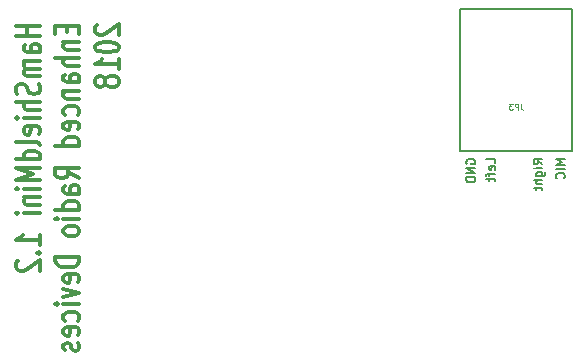
<source format=gbo>
G04 #@! TF.GenerationSoftware,KiCad,Pcbnew,(5.0.0)*
G04 #@! TF.CreationDate,2018-09-16T16:08:27-07:00*
G04 #@! TF.ProjectId,HamShieldMini1.2,48616D536869656C644D696E69312E32,rev?*
G04 #@! TF.SameCoordinates,PX459e440PY8f0d180*
G04 #@! TF.FileFunction,Legend,Bot*
G04 #@! TF.FilePolarity,Positive*
%FSLAX46Y46*%
G04 Gerber Fmt 4.6, Leading zero omitted, Abs format (unit mm)*
G04 Created by KiCad (PCBNEW (5.0.0)) date 09/16/18 16:08:27*
%MOMM*%
%LPD*%
G01*
G04 APERTURE LIST*
%ADD10C,0.304800*%
%ADD11C,0.187500*%
%ADD12C,0.150000*%
%ADD13C,0.125000*%
%ADD14C,1.950000*%
%ADD15R,1.977200X2.282000*%
%ADD16O,1.977200X2.282000*%
%ADD17R,4.314000X2.250000*%
%ADD18R,1.950000X1.950000*%
%ADD19O,1.950000X1.950000*%
%ADD20R,1.270000X2.420000*%
%ADD21C,3.450000*%
G04 APERTURE END LIST*
D10*
X19286438Y28469023D02*
X17254438Y28469023D01*
X18222057Y28469023D02*
X18222057Y27598166D01*
X19286438Y27598166D02*
X17254438Y27598166D01*
X19286438Y26219309D02*
X18222057Y26219309D01*
X18028533Y26291880D01*
X17931771Y26437023D01*
X17931771Y26727309D01*
X18028533Y26872452D01*
X19189676Y26219309D02*
X19286438Y26364452D01*
X19286438Y26727309D01*
X19189676Y26872452D01*
X18996152Y26945023D01*
X18802628Y26945023D01*
X18609104Y26872452D01*
X18512342Y26727309D01*
X18512342Y26364452D01*
X18415580Y26219309D01*
X19286438Y25493595D02*
X17931771Y25493595D01*
X18125295Y25493595D02*
X18028533Y25421023D01*
X17931771Y25275880D01*
X17931771Y25058166D01*
X18028533Y24913023D01*
X18222057Y24840452D01*
X19286438Y24840452D01*
X18222057Y24840452D02*
X18028533Y24767880D01*
X17931771Y24622738D01*
X17931771Y24405023D01*
X18028533Y24259880D01*
X18222057Y24187309D01*
X19286438Y24187309D01*
X19189676Y23534166D02*
X19286438Y23316452D01*
X19286438Y22953595D01*
X19189676Y22808452D01*
X19092914Y22735880D01*
X18899390Y22663309D01*
X18705866Y22663309D01*
X18512342Y22735880D01*
X18415580Y22808452D01*
X18318819Y22953595D01*
X18222057Y23243880D01*
X18125295Y23389023D01*
X18028533Y23461595D01*
X17835009Y23534166D01*
X17641485Y23534166D01*
X17447961Y23461595D01*
X17351200Y23389023D01*
X17254438Y23243880D01*
X17254438Y22881023D01*
X17351200Y22663309D01*
X19286438Y22010166D02*
X17254438Y22010166D01*
X19286438Y21357023D02*
X18222057Y21357023D01*
X18028533Y21429595D01*
X17931771Y21574738D01*
X17931771Y21792452D01*
X18028533Y21937595D01*
X18125295Y22010166D01*
X19286438Y20631309D02*
X17931771Y20631309D01*
X17254438Y20631309D02*
X17351200Y20703880D01*
X17447961Y20631309D01*
X17351200Y20558738D01*
X17254438Y20631309D01*
X17447961Y20631309D01*
X19189676Y19325023D02*
X19286438Y19470166D01*
X19286438Y19760452D01*
X19189676Y19905595D01*
X18996152Y19978166D01*
X18222057Y19978166D01*
X18028533Y19905595D01*
X17931771Y19760452D01*
X17931771Y19470166D01*
X18028533Y19325023D01*
X18222057Y19252452D01*
X18415580Y19252452D01*
X18609104Y19978166D01*
X19286438Y18381595D02*
X19189676Y18526738D01*
X18996152Y18599309D01*
X17254438Y18599309D01*
X19286438Y17147880D02*
X17254438Y17147880D01*
X19189676Y17147880D02*
X19286438Y17293023D01*
X19286438Y17583309D01*
X19189676Y17728452D01*
X19092914Y17801023D01*
X18899390Y17873595D01*
X18318819Y17873595D01*
X18125295Y17801023D01*
X18028533Y17728452D01*
X17931771Y17583309D01*
X17931771Y17293023D01*
X18028533Y17147880D01*
X19286438Y16422166D02*
X17254438Y16422166D01*
X18705866Y15914166D01*
X17254438Y15406166D01*
X19286438Y15406166D01*
X19286438Y14680452D02*
X17931771Y14680452D01*
X17254438Y14680452D02*
X17351200Y14753023D01*
X17447961Y14680452D01*
X17351200Y14607880D01*
X17254438Y14680452D01*
X17447961Y14680452D01*
X17931771Y13954738D02*
X19286438Y13954738D01*
X18125295Y13954738D02*
X18028533Y13882166D01*
X17931771Y13737023D01*
X17931771Y13519309D01*
X18028533Y13374166D01*
X18222057Y13301595D01*
X19286438Y13301595D01*
X19286438Y12575880D02*
X17931771Y12575880D01*
X17254438Y12575880D02*
X17351200Y12648452D01*
X17447961Y12575880D01*
X17351200Y12503309D01*
X17254438Y12575880D01*
X17447961Y12575880D01*
X19286438Y9890738D02*
X19286438Y10761595D01*
X19286438Y10326166D02*
X17254438Y10326166D01*
X17544723Y10471309D01*
X17738247Y10616452D01*
X17835009Y10761595D01*
X19092914Y9237595D02*
X19189676Y9165023D01*
X19286438Y9237595D01*
X19189676Y9310166D01*
X19092914Y9237595D01*
X19286438Y9237595D01*
X17447961Y8584452D02*
X17351200Y8511880D01*
X17254438Y8366738D01*
X17254438Y8003880D01*
X17351200Y7858738D01*
X17447961Y7786166D01*
X17641485Y7713595D01*
X17835009Y7713595D01*
X18125295Y7786166D01*
X19286438Y8657023D01*
X19286438Y7713595D01*
X21574857Y28469023D02*
X21574857Y27961023D01*
X22639238Y27743309D02*
X22639238Y28469023D01*
X20607238Y28469023D01*
X20607238Y27743309D01*
X21284571Y27090166D02*
X22639238Y27090166D01*
X21478095Y27090166D02*
X21381333Y27017595D01*
X21284571Y26872452D01*
X21284571Y26654738D01*
X21381333Y26509595D01*
X21574857Y26437023D01*
X22639238Y26437023D01*
X22639238Y25711309D02*
X20607238Y25711309D01*
X22639238Y25058166D02*
X21574857Y25058166D01*
X21381333Y25130738D01*
X21284571Y25275880D01*
X21284571Y25493595D01*
X21381333Y25638738D01*
X21478095Y25711309D01*
X22639238Y23679309D02*
X21574857Y23679309D01*
X21381333Y23751880D01*
X21284571Y23897023D01*
X21284571Y24187309D01*
X21381333Y24332452D01*
X22542476Y23679309D02*
X22639238Y23824452D01*
X22639238Y24187309D01*
X22542476Y24332452D01*
X22348952Y24405023D01*
X22155428Y24405023D01*
X21961904Y24332452D01*
X21865142Y24187309D01*
X21865142Y23824452D01*
X21768380Y23679309D01*
X21284571Y22953595D02*
X22639238Y22953595D01*
X21478095Y22953595D02*
X21381333Y22881023D01*
X21284571Y22735880D01*
X21284571Y22518166D01*
X21381333Y22373023D01*
X21574857Y22300452D01*
X22639238Y22300452D01*
X22542476Y20921595D02*
X22639238Y21066738D01*
X22639238Y21357023D01*
X22542476Y21502166D01*
X22445714Y21574738D01*
X22252190Y21647309D01*
X21671619Y21647309D01*
X21478095Y21574738D01*
X21381333Y21502166D01*
X21284571Y21357023D01*
X21284571Y21066738D01*
X21381333Y20921595D01*
X22542476Y19687881D02*
X22639238Y19833023D01*
X22639238Y20123309D01*
X22542476Y20268452D01*
X22348952Y20341023D01*
X21574857Y20341023D01*
X21381333Y20268452D01*
X21284571Y20123309D01*
X21284571Y19833023D01*
X21381333Y19687881D01*
X21574857Y19615309D01*
X21768380Y19615309D01*
X21961904Y20341023D01*
X22639238Y18309023D02*
X20607238Y18309023D01*
X22542476Y18309023D02*
X22639238Y18454166D01*
X22639238Y18744452D01*
X22542476Y18889595D01*
X22445714Y18962166D01*
X22252190Y19034738D01*
X21671619Y19034738D01*
X21478095Y18962166D01*
X21381333Y18889595D01*
X21284571Y18744452D01*
X21284571Y18454166D01*
X21381333Y18309023D01*
X22639238Y15551309D02*
X21671619Y16059309D01*
X22639238Y16422166D02*
X20607238Y16422166D01*
X20607238Y15841595D01*
X20704000Y15696452D01*
X20800761Y15623880D01*
X20994285Y15551309D01*
X21284571Y15551309D01*
X21478095Y15623880D01*
X21574857Y15696452D01*
X21671619Y15841595D01*
X21671619Y16422166D01*
X22639238Y14245023D02*
X21574857Y14245023D01*
X21381333Y14317595D01*
X21284571Y14462738D01*
X21284571Y14753023D01*
X21381333Y14898166D01*
X22542476Y14245023D02*
X22639238Y14390166D01*
X22639238Y14753023D01*
X22542476Y14898166D01*
X22348952Y14970738D01*
X22155428Y14970738D01*
X21961904Y14898166D01*
X21865142Y14753023D01*
X21865142Y14390166D01*
X21768380Y14245023D01*
X22639238Y12866166D02*
X20607238Y12866166D01*
X22542476Y12866166D02*
X22639238Y13011309D01*
X22639238Y13301595D01*
X22542476Y13446738D01*
X22445714Y13519309D01*
X22252190Y13591880D01*
X21671619Y13591880D01*
X21478095Y13519309D01*
X21381333Y13446738D01*
X21284571Y13301595D01*
X21284571Y13011309D01*
X21381333Y12866166D01*
X22639238Y12140452D02*
X21284571Y12140452D01*
X20607238Y12140452D02*
X20704000Y12213023D01*
X20800761Y12140452D01*
X20704000Y12067880D01*
X20607238Y12140452D01*
X20800761Y12140452D01*
X22639238Y11197023D02*
X22542476Y11342166D01*
X22445714Y11414738D01*
X22252190Y11487309D01*
X21671619Y11487309D01*
X21478095Y11414738D01*
X21381333Y11342166D01*
X21284571Y11197023D01*
X21284571Y10979309D01*
X21381333Y10834166D01*
X21478095Y10761595D01*
X21671619Y10689023D01*
X22252190Y10689023D01*
X22445714Y10761595D01*
X22542476Y10834166D01*
X22639238Y10979309D01*
X22639238Y11197023D01*
X22639238Y8874738D02*
X20607238Y8874738D01*
X20607238Y8511880D01*
X20704000Y8294166D01*
X20897523Y8149023D01*
X21091047Y8076452D01*
X21478095Y8003880D01*
X21768380Y8003880D01*
X22155428Y8076452D01*
X22348952Y8149023D01*
X22542476Y8294166D01*
X22639238Y8511880D01*
X22639238Y8874738D01*
X22542476Y6770166D02*
X22639238Y6915309D01*
X22639238Y7205595D01*
X22542476Y7350738D01*
X22348952Y7423309D01*
X21574857Y7423309D01*
X21381333Y7350738D01*
X21284571Y7205595D01*
X21284571Y6915309D01*
X21381333Y6770166D01*
X21574857Y6697595D01*
X21768380Y6697595D01*
X21961904Y7423309D01*
X21284571Y6189595D02*
X22639238Y5826738D01*
X21284571Y5463880D01*
X22639238Y4883309D02*
X21284571Y4883309D01*
X20607238Y4883309D02*
X20704000Y4955880D01*
X20800761Y4883309D01*
X20704000Y4810738D01*
X20607238Y4883309D01*
X20800761Y4883309D01*
X22542476Y3504452D02*
X22639238Y3649595D01*
X22639238Y3939880D01*
X22542476Y4085023D01*
X22445714Y4157595D01*
X22252190Y4230166D01*
X21671619Y4230166D01*
X21478095Y4157595D01*
X21381333Y4085023D01*
X21284571Y3939880D01*
X21284571Y3649595D01*
X21381333Y3504452D01*
X22542476Y2270738D02*
X22639238Y2415880D01*
X22639238Y2706166D01*
X22542476Y2851309D01*
X22348952Y2923880D01*
X21574857Y2923880D01*
X21381333Y2851309D01*
X21284571Y2706166D01*
X21284571Y2415880D01*
X21381333Y2270738D01*
X21574857Y2198166D01*
X21768380Y2198166D01*
X21961904Y2923880D01*
X22542476Y1617595D02*
X22639238Y1472452D01*
X22639238Y1182166D01*
X22542476Y1037023D01*
X22348952Y964452D01*
X22252190Y964452D01*
X22058666Y1037023D01*
X21961904Y1182166D01*
X21961904Y1399880D01*
X21865142Y1545023D01*
X21671619Y1617595D01*
X21574857Y1617595D01*
X21381333Y1545023D01*
X21284571Y1399880D01*
X21284571Y1182166D01*
X21381333Y1037023D01*
X24153561Y28541595D02*
X24056800Y28469023D01*
X23960038Y28323880D01*
X23960038Y27961023D01*
X24056800Y27815880D01*
X24153561Y27743309D01*
X24347085Y27670738D01*
X24540609Y27670738D01*
X24830895Y27743309D01*
X25992038Y28614166D01*
X25992038Y27670738D01*
X23960038Y26727309D02*
X23960038Y26582166D01*
X24056800Y26437023D01*
X24153561Y26364452D01*
X24347085Y26291880D01*
X24734133Y26219309D01*
X25217942Y26219309D01*
X25604990Y26291880D01*
X25798514Y26364452D01*
X25895276Y26437023D01*
X25992038Y26582166D01*
X25992038Y26727309D01*
X25895276Y26872452D01*
X25798514Y26945023D01*
X25604990Y27017595D01*
X25217942Y27090166D01*
X24734133Y27090166D01*
X24347085Y27017595D01*
X24153561Y26945023D01*
X24056800Y26872452D01*
X23960038Y26727309D01*
X25992038Y24767880D02*
X25992038Y25638738D01*
X25992038Y25203309D02*
X23960038Y25203309D01*
X24250323Y25348452D01*
X24443847Y25493595D01*
X24540609Y25638738D01*
X24830895Y23897023D02*
X24734133Y24042166D01*
X24637371Y24114738D01*
X24443847Y24187309D01*
X24347085Y24187309D01*
X24153561Y24114738D01*
X24056800Y24042166D01*
X23960038Y23897023D01*
X23960038Y23606738D01*
X24056800Y23461595D01*
X24153561Y23389023D01*
X24347085Y23316452D01*
X24443847Y23316452D01*
X24637371Y23389023D01*
X24734133Y23461595D01*
X24830895Y23606738D01*
X24830895Y23897023D01*
X24927657Y24042166D01*
X25024419Y24114738D01*
X25217942Y24187309D01*
X25604990Y24187309D01*
X25798514Y24114738D01*
X25895276Y24042166D01*
X25992038Y23897023D01*
X25992038Y23606738D01*
X25895276Y23461595D01*
X25798514Y23389023D01*
X25604990Y23316452D01*
X25217942Y23316452D01*
X25024419Y23389023D01*
X24927657Y23461595D01*
X24830895Y23606738D01*
D11*
X55425000Y16771429D02*
X55389285Y16842858D01*
X55389285Y16950000D01*
X55425000Y17057143D01*
X55496428Y17128572D01*
X55567857Y17164286D01*
X55710714Y17200000D01*
X55817857Y17200000D01*
X55960714Y17164286D01*
X56032142Y17128572D01*
X56103571Y17057143D01*
X56139285Y16950000D01*
X56139285Y16878572D01*
X56103571Y16771429D01*
X56067857Y16735715D01*
X55817857Y16735715D01*
X55817857Y16878572D01*
X56139285Y16414286D02*
X55389285Y16414286D01*
X56139285Y15985715D01*
X55389285Y15985715D01*
X56139285Y15628572D02*
X55389285Y15628572D01*
X55389285Y15450000D01*
X55425000Y15342858D01*
X55496428Y15271429D01*
X55567857Y15235715D01*
X55710714Y15200000D01*
X55817857Y15200000D01*
X55960714Y15235715D01*
X56032142Y15271429D01*
X56103571Y15342858D01*
X56139285Y15450000D01*
X56139285Y15628572D01*
X57839285Y16817858D02*
X57839285Y17175000D01*
X57089285Y17175000D01*
X57803571Y16282143D02*
X57839285Y16353572D01*
X57839285Y16496429D01*
X57803571Y16567858D01*
X57732142Y16603572D01*
X57446428Y16603572D01*
X57375000Y16567858D01*
X57339285Y16496429D01*
X57339285Y16353572D01*
X57375000Y16282143D01*
X57446428Y16246429D01*
X57517857Y16246429D01*
X57589285Y16603572D01*
X57339285Y16032143D02*
X57339285Y15746429D01*
X57839285Y15925000D02*
X57196428Y15925000D01*
X57125000Y15889286D01*
X57089285Y15817858D01*
X57089285Y15746429D01*
X57339285Y15603572D02*
X57339285Y15317858D01*
X57089285Y15496429D02*
X57732142Y15496429D01*
X57803571Y15460715D01*
X57839285Y15389286D01*
X57839285Y15317858D01*
X61839285Y16739286D02*
X61482142Y16989286D01*
X61839285Y17167858D02*
X61089285Y17167858D01*
X61089285Y16882143D01*
X61125000Y16810715D01*
X61160714Y16775000D01*
X61232142Y16739286D01*
X61339285Y16739286D01*
X61410714Y16775000D01*
X61446428Y16810715D01*
X61482142Y16882143D01*
X61482142Y17167858D01*
X61839285Y16417858D02*
X61339285Y16417858D01*
X61089285Y16417858D02*
X61125000Y16453572D01*
X61160714Y16417858D01*
X61125000Y16382143D01*
X61089285Y16417858D01*
X61160714Y16417858D01*
X61339285Y15739286D02*
X61946428Y15739286D01*
X62017857Y15775000D01*
X62053571Y15810715D01*
X62089285Y15882143D01*
X62089285Y15989286D01*
X62053571Y16060715D01*
X61803571Y15739286D02*
X61839285Y15810715D01*
X61839285Y15953572D01*
X61803571Y16025000D01*
X61767857Y16060715D01*
X61696428Y16096429D01*
X61482142Y16096429D01*
X61410714Y16060715D01*
X61375000Y16025000D01*
X61339285Y15953572D01*
X61339285Y15810715D01*
X61375000Y15739286D01*
X61839285Y15382143D02*
X61089285Y15382143D01*
X61839285Y15060715D02*
X61446428Y15060715D01*
X61375000Y15096429D01*
X61339285Y15167858D01*
X61339285Y15275000D01*
X61375000Y15346429D01*
X61410714Y15382143D01*
X61339285Y14810715D02*
X61339285Y14525000D01*
X61089285Y14703572D02*
X61732142Y14703572D01*
X61803571Y14667858D01*
X61839285Y14596429D01*
X61839285Y14525000D01*
X63739285Y17203572D02*
X62989285Y17203572D01*
X63525000Y16953572D01*
X62989285Y16703572D01*
X63739285Y16703572D01*
X63739285Y16346429D02*
X62989285Y16346429D01*
X63667857Y15560715D02*
X63703571Y15596429D01*
X63739285Y15703572D01*
X63739285Y15775000D01*
X63703571Y15882143D01*
X63632142Y15953572D01*
X63560714Y15989286D01*
X63417857Y16025000D01*
X63310714Y16025000D01*
X63167857Y15989286D01*
X63096428Y15953572D01*
X63025000Y15882143D01*
X62989285Y15775000D01*
X62989285Y15703572D01*
X63025000Y15596429D01*
X63060714Y15560715D01*
D12*
G04 #@! TO.C,JP3*
X64100000Y17850000D02*
X64350000Y17850000D01*
X64350000Y17850000D02*
X64350000Y29850000D01*
X64350000Y29850000D02*
X54850000Y29850000D01*
X64100000Y17850000D02*
X54850000Y17850000D01*
X54850000Y17850000D02*
X54850000Y29850000D01*
G04 #@! TD*
G04 #@! TO.C,JP3*
D13*
X60016666Y21873810D02*
X60016666Y21516667D01*
X60040476Y21445239D01*
X60088095Y21397620D01*
X60159523Y21373810D01*
X60207142Y21373810D01*
X59778571Y21373810D02*
X59778571Y21873810D01*
X59588095Y21873810D01*
X59540476Y21850000D01*
X59516666Y21826191D01*
X59492857Y21778572D01*
X59492857Y21707143D01*
X59516666Y21659524D01*
X59540476Y21635715D01*
X59588095Y21611905D01*
X59778571Y21611905D01*
X59326190Y21873810D02*
X59016666Y21873810D01*
X59183333Y21683334D01*
X59111904Y21683334D01*
X59064285Y21659524D01*
X59040476Y21635715D01*
X59016666Y21588096D01*
X59016666Y21469048D01*
X59040476Y21421429D01*
X59064285Y21397620D01*
X59111904Y21373810D01*
X59254761Y21373810D01*
X59302380Y21397620D01*
X59326190Y21421429D01*
G04 #@! TD*
%LPC*%
D14*
G04 #@! TO.C,J2*
X59400000Y23300000D03*
X59400000Y16300000D03*
G04 #@! TD*
D15*
G04 #@! TO.C,P1*
X50000000Y2250000D03*
D16*
X47460000Y2250000D03*
X44920000Y2250000D03*
X42380000Y2250000D03*
X39840000Y2250000D03*
X37300000Y2250000D03*
X34760000Y2250000D03*
X32220000Y2250000D03*
X29680000Y2250000D03*
X27140000Y2250000D03*
G04 #@! TD*
D17*
G04 #@! TO.C,J1*
X2325000Y12063000D03*
X2325000Y17587000D03*
G04 #@! TD*
D18*
G04 #@! TO.C,P2*
X50000000Y27650000D03*
D19*
X47460000Y27650000D03*
X44920000Y27650000D03*
X42380000Y27650000D03*
X39840000Y27650000D03*
X37300000Y27650000D03*
X34760000Y27650000D03*
G04 #@! TD*
D20*
G04 #@! TO.C,JP3*
X63410000Y19100000D03*
X60870000Y19100000D03*
X58330000Y19100000D03*
X55790000Y19100000D03*
G04 #@! TD*
D21*
G04 #@! TO.C,MK1*
X4000000Y26000000D03*
G04 #@! TD*
G04 #@! TO.C,MK2*
X4000000Y4000000D03*
G04 #@! TD*
M02*

</source>
